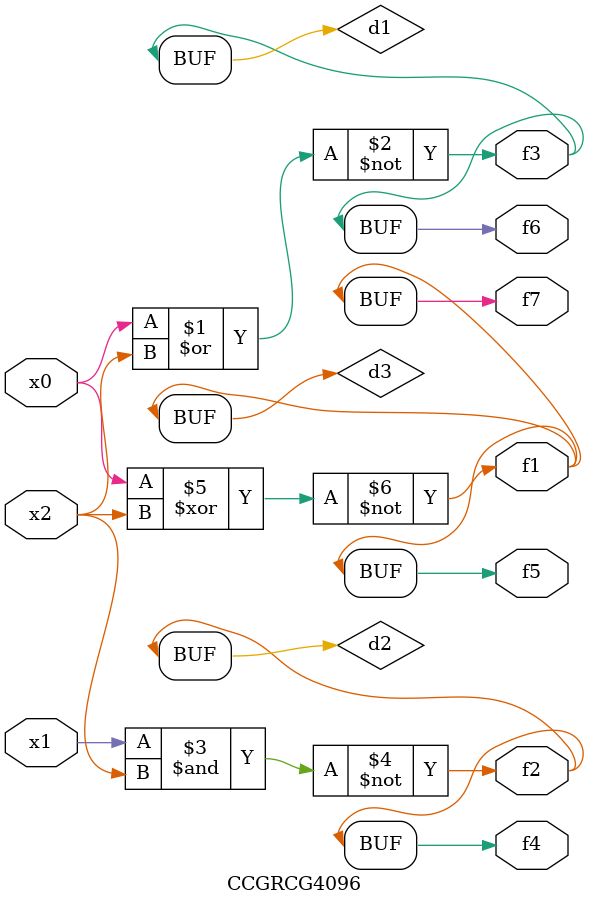
<source format=v>
module CCGRCG4096(
	input x0, x1, x2,
	output f1, f2, f3, f4, f5, f6, f7
);

	wire d1, d2, d3;

	nor (d1, x0, x2);
	nand (d2, x1, x2);
	xnor (d3, x0, x2);
	assign f1 = d3;
	assign f2 = d2;
	assign f3 = d1;
	assign f4 = d2;
	assign f5 = d3;
	assign f6 = d1;
	assign f7 = d3;
endmodule

</source>
